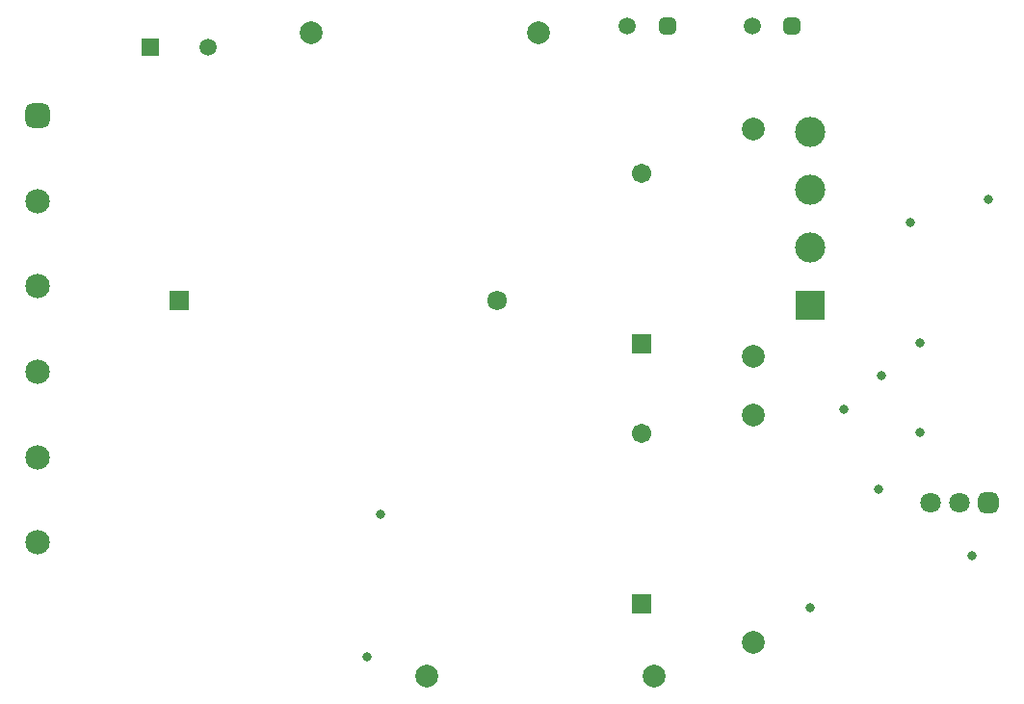
<source format=gbs>
G04*
G04 #@! TF.GenerationSoftware,Altium Limited,Altium Designer,24.5.1 (21)*
G04*
G04 Layer_Color=16711935*
%FSLAX44Y44*%
%MOMM*%
G71*
G04*
G04 #@! TF.SameCoordinates,667E7DA7-0DE7-46C7-9864-8DF00163D8D0*
G04*
G04*
G04 #@! TF.FilePolarity,Negative*
G04*
G01*
G75*
%ADD45R,1.7032X1.7032*%
%ADD46C,1.7032*%
%ADD47C,1.7222*%
%ADD48R,1.7222X1.7222*%
%ADD49C,2.0032*%
%ADD50C,1.5032*%
%ADD51R,1.5032X1.5032*%
G04:AMPARAMS|DCode=52|XSize=1.5032mm|YSize=1.5032mm|CornerRadius=0.4266mm|HoleSize=0mm|Usage=FLASHONLY|Rotation=0.000|XOffset=0mm|YOffset=0mm|HoleType=Round|Shape=RoundedRectangle|*
%AMROUNDEDRECTD52*
21,1,1.5032,0.6500,0,0,0.0*
21,1,0.6500,1.5032,0,0,0.0*
1,1,0.8532,0.3250,-0.3250*
1,1,0.8532,-0.3250,-0.3250*
1,1,0.8532,-0.3250,0.3250*
1,1,0.8532,0.3250,0.3250*
%
%ADD52ROUNDEDRECTD52*%
G04:AMPARAMS|DCode=53|XSize=1.8032mm|YSize=1.8032mm|CornerRadius=0.5016mm|HoleSize=0mm|Usage=FLASHONLY|Rotation=180.000|XOffset=0mm|YOffset=0mm|HoleType=Round|Shape=RoundedRectangle|*
%AMROUNDEDRECTD53*
21,1,1.8032,0.8000,0,0,180.0*
21,1,0.8000,1.8032,0,0,180.0*
1,1,1.0032,-0.4000,0.4000*
1,1,1.0032,0.4000,0.4000*
1,1,1.0032,0.4000,-0.4000*
1,1,1.0032,-0.4000,-0.4000*
%
%ADD53ROUNDEDRECTD53*%
%ADD54C,1.8032*%
%ADD55R,2.6482X2.6482*%
%ADD56C,2.6482*%
%ADD57C,2.1532*%
G04:AMPARAMS|DCode=58|XSize=2.1532mm|YSize=2.1532mm|CornerRadius=0.5891mm|HoleSize=0mm|Usage=FLASHONLY|Rotation=270.000|XOffset=0mm|YOffset=0mm|HoleType=Round|Shape=RoundedRectangle|*
%AMROUNDEDRECTD58*
21,1,2.1532,0.9750,0,0,270.0*
21,1,0.9750,2.1532,0,0,270.0*
1,1,1.1782,-0.4875,-0.4875*
1,1,1.1782,-0.4875,0.4875*
1,1,1.1782,0.4875,0.4875*
1,1,1.1782,0.4875,-0.4875*
%
%ADD58ROUNDEDRECTD58*%
%ADD59C,0.8032*%
D45*
X850900Y355600D02*
D03*
Y584200D02*
D03*
D46*
Y505600D02*
D03*
Y734200D02*
D03*
D47*
X723900Y622300D02*
D03*
D48*
X444500D02*
D03*
D49*
X948944Y572673D02*
D03*
Y772673D02*
D03*
X662000Y292100D02*
D03*
X862000D02*
D03*
X760400Y857250D02*
D03*
X560400D02*
D03*
X948944Y521386D02*
D03*
Y321386D02*
D03*
D50*
X469900Y844550D02*
D03*
X947700Y863600D02*
D03*
X838200D02*
D03*
D51*
X419100Y844550D02*
D03*
D52*
X982700Y863600D02*
D03*
X873200D02*
D03*
D53*
X1155700Y444500D02*
D03*
D54*
X1130300D02*
D03*
X1104900D02*
D03*
D55*
X998474Y617474D02*
D03*
D56*
Y668274D02*
D03*
Y719074D02*
D03*
Y769874D02*
D03*
D57*
X320000Y559400D02*
D03*
Y709400D02*
D03*
Y634400D02*
D03*
Y484400D02*
D03*
Y409400D02*
D03*
D58*
Y784400D02*
D03*
D59*
X1061212Y556260D02*
D03*
X1028794Y526542D02*
D03*
X1155700Y711200D02*
D03*
X621284Y434340D02*
D03*
X1094994Y584962D02*
D03*
X1140968Y397510D02*
D03*
X1058672Y456532D02*
D03*
X1086562Y690880D02*
D03*
X998728Y351790D02*
D03*
X609600Y308610D02*
D03*
X1094994Y505714D02*
D03*
M02*

</source>
